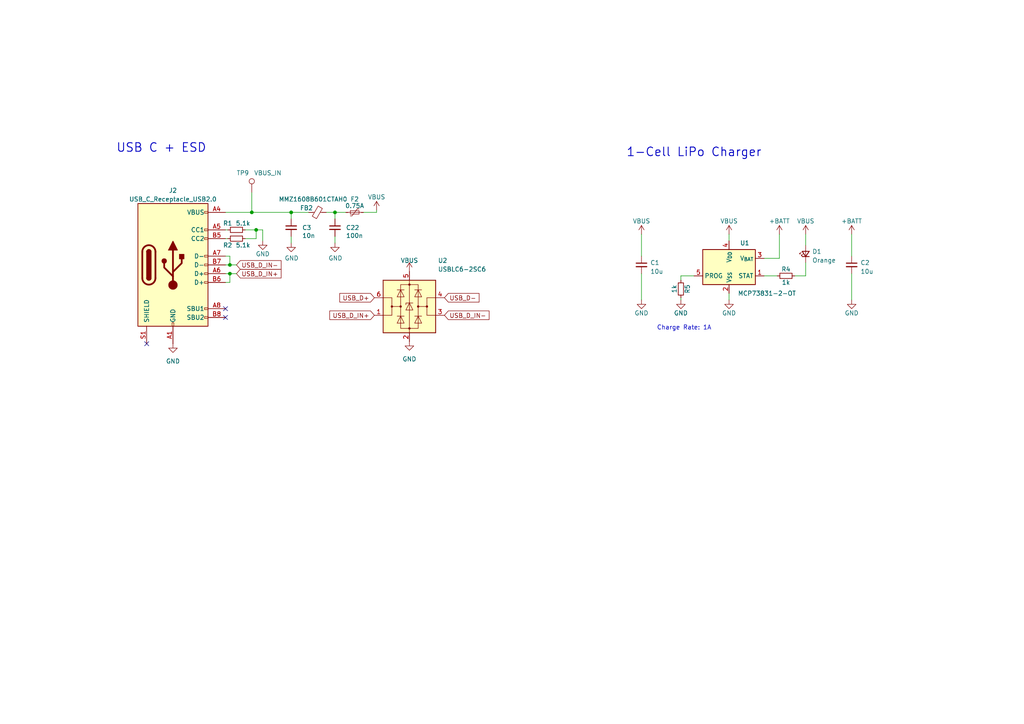
<source format=kicad_sch>
(kicad_sch (version 20230121) (generator eeschema)
  (paper "A4")
  (lib_symbols
    (symbol "Battery_Management:MCP73831-2-OT"
      (property "Reference" "U" (at -7.62 6.35 0))
      (property "Value" "MCP73831-2-OT" (at 1.27 6.35 0))
      (symbol "MCP73831-2-OT_0_1"
        (rectangle (start -7.62 5.08) (end 7.62 -5.08) (stroke (width 0.254)) (fill (type background)))
      )
      (symbol "MCP73831-2-OT_1_1"
        (pin output line (at 10.16 -2.54 180) (length 2.54) (name "STAT") (number "1"))
        (pin power_in line (at 0 -7.62 90) (length 2.54) (name "V_{SS}") (number "2"))
        (pin power_out line (at 10.16 2.54 180) (length 2.54) (name "V_{BAT}") (number "3"))
        (pin power_in line (at 0 7.62 270) (length 2.54) (name "V_{DD}") (number "4"))
        (pin input line (at -10.16 -2.54 0) (length 2.54) (name "PROG") (number "5"))
      )
    )
    (symbol "Connector:TestPoint" (pin_numbers hide) (pin_names (offset 0.762) hide)
      (property "Reference" "TP" (at 0 6.858 0))
      (property "Value" "TestPoint" (at 0 5.08 0))
      (symbol "TestPoint_0_1"
        (circle (center 0 3.302) (radius 0.762))
      )
      (symbol "TestPoint_1_1"
        (pin passive line (at 0 0 90) (length 2.54) (name "1") (number "1"))
      )
    )
    (symbol "Connector:USB_C_Receptacle_USB2.0" (pin_names (offset 1.016))
      (property "Reference" "J" (at -10.16 19.05 0))
      (property "Value" "USB_C_Receptacle_USB2.0" (at 19.05 19.05 0))
      (symbol "USB_C_Receptacle_USB2.0_0_0"
        (rectangle (start -0.254 -17.78) (end 0.254 -16.764))
        (rectangle (start 10.16 -14.986) (end 9.144 -15.494))
        (rectangle (start 10.16 -12.446) (end 9.144 -12.954))
        (rectangle (start 10.16 -4.826) (end 9.144 -5.334))
        (rectangle (start 10.16 -2.286) (end 9.144 -2.794))
        (rectangle (start 10.16 0.254) (end 9.144 -0.254))
        (rectangle (start 10.16 2.794) (end 9.144 2.286))
        (rectangle (start 10.16 7.874) (end 9.144 7.366))
        (rectangle (start 10.16 10.414) (end 9.144 9.906))
        (rectangle (start 10.16 15.494) (end 9.144 14.986))
      )
      (symbol "USB_C_Receptacle_USB2.0_0_1"
        (rectangle (start -10.16 17.78) (end 10.16 -17.78) (stroke (width 0.254)) (fill (type background)))
        (arc (start -8.89 -3.81) (mid -6.985 -5.7067) (end -5.08 -3.81) (stroke (width 0.508)))
        (arc (start -7.62 -3.81) (mid -6.985 -4.4423) (end -6.35 -3.81) (stroke (width 0.254)))
        (arc (start -7.62 -3.81) (mid -6.985 -4.4423) (end -6.35 -3.81) (stroke (width 0.254)) (fill (type outline)))
        (rectangle (start -7.62 -3.81) (end -6.35 3.81) (stroke (width 0.254)) (fill (type outline)))
        (arc (start -6.35 3.81) (mid -6.985 4.4423) (end -7.62 3.81) (stroke (width 0.254)))
        (arc (start -6.35 3.81) (mid -6.985 4.4423) (end -7.62 3.81) (stroke (width 0.254)) (fill (type outline)))
        (arc (start -5.08 3.81) (mid -6.985 5.7067) (end -8.89 3.81) (stroke (width 0.508)))
        (circle (center -2.54 1.143) (radius 0.635) (stroke (width 0.254)) (fill (type outline)))
        (circle (center 0 -5.842) (radius 1.27) (fill (type outline)))
        (polyline (pts (xy -8.89 -3.81) (xy -8.89 3.81)) (stroke (width 0.508)))
        (polyline (pts (xy -5.08 3.81) (xy -5.08 -3.81)) (stroke (width 0.508)))
        (polyline (pts (xy 0 -5.842) (xy 0 4.318)) (stroke (width 0.508)))
        (polyline (pts (xy 0 -3.302) (xy -2.54 -0.762) (xy -2.54 0.508)) (stroke (width 0.508)))
        (polyline (pts (xy 0 -2.032) (xy 2.54 0.508) (xy 2.54 1.778)) (stroke (width 0.508)))
        (polyline (pts (xy -1.27 4.318) (xy 0 6.858) (xy 1.27 4.318) (xy -1.27 4.318)) (stroke (width 0.254)) (fill (type outline)))
        (rectangle (start 1.905 1.778) (end 3.175 3.048) (stroke (width 0.254)) (fill (type outline)))
      )
      (symbol "USB_C_Receptacle_USB2.0_1_1"
        (pin passive line (at 0 -22.86 90) (length 5.08) (name "GND") (number "A1"))
        (pin passive line (at 0 -22.86 90) (length 5.08) hide (name "GND") (number "A12"))
        (pin passive line (at 15.24 15.24 180) (length 5.08) (name "VBUS") (number "A4"))
        (pin bidirectional line (at 15.24 10.16 180) (length 5.08) (name "CC1") (number "A5"))
        (pin bidirectional line (at 15.24 -2.54 180) (length 5.08) (name "D+") (number "A6"))
        (pin bidirectional line (at 15.24 2.54 180) (length 5.08) (name "D-") (number "A7"))
        (pin bidirectional line (at 15.24 -12.7 180) (length 5.08) (name "SBU1") (number "A8"))
        (pin passive line (at 15.24 15.24 180) (length 5.08) hide (name "VBUS") (number "A9"))
        (pin passive line (at 0 -22.86 90) (length 5.08) hide (name "GND") (number "B1"))
        (pin passive line (at 0 -22.86 90) (length 5.08) hide (name "GND") (number "B12"))
        (pin passive line (at 15.24 15.24 180) (length 5.08) hide (name "VBUS") (number "B4"))
        (pin bidirectional line (at 15.24 7.62 180) (length 5.08) (name "CC2") (number "B5"))
        (pin bidirectional line (at 15.24 -5.08 180) (length 5.08) (name "D+") (number "B6"))
        (pin bidirectional line (at 15.24 0 180) (length 5.08) (name "D-") (number "B7"))
        (pin bidirectional line (at 15.24 -15.24 180) (length 5.08) (name "SBU2") (number "B8"))
        (pin passive line (at 15.24 15.24 180) (length 5.08) hide (name "VBUS") (number "B9"))
        (pin passive line (at -7.62 -22.86 90) (length 5.08) (name "SHIELD") (number "S1"))
      )
    )
    (symbol "Device:C_Small" (pin_numbers hide) (pin_names (offset 0.254) hide)
      (property "Reference" "C" (at 0.254 1.778 0))
      (property "Value" "C_Small" (at 0.254 -2.032 0))
      (symbol "C_Small_0_1"
        (polyline (pts (xy -1.524 -0.508) (xy 1.524 -0.508)) (stroke (width 0.3302)))
        (polyline (pts (xy -1.524 0.508) (xy 1.524 0.508)) (stroke (width 0.3048)))
      )
      (symbol "C_Small_1_1"
        (pin passive line (at 0 2.54 270) (length 2.032) (name "~") (number "1"))
        (pin passive line (at 0 -2.54 90) (length 2.032) (name "~") (number "2"))
      )
    )
    (symbol "Device:FerriteBead_Small" (pin_numbers hide) (pin_names (offset 0))
      (property "Reference" "FB" (at 1.905 1.27 0))
      (property "Value" "FerriteBead_Small" (at 1.905 -1.27 0))
      (symbol "FerriteBead_Small_0_1"
        (polyline (pts (xy 0 -1.27) (xy 0 -0.7874)))
        (polyline (pts (xy 0 0.889) (xy 0 1.2954)))
        (polyline (pts (xy -1.8288 0.2794) (xy -1.1176 1.4986) (xy 1.8288 -0.2032) (xy 1.1176 -1.4224) (xy -1.8288 0.2794)))
      )
      (symbol "FerriteBead_Small_1_1"
        (pin passive line (at 0 2.54 270) (length 1.27) (name "~") (number "1"))
        (pin passive line (at 0 -2.54 90) (length 1.27) (name "~") (number "2"))
      )
    )
    (symbol "Device:LED_Small" (pin_numbers hide) (pin_names (offset 0.254) hide)
      (property "Reference" "D" (at -1.27 3.175 0))
      (property "Value" "LED_Small" (at -4.445 -2.54 0))
      (symbol "LED_Small_0_1"
        (polyline (pts (xy -0.762 -1.016) (xy -0.762 1.016)) (stroke (width 0.254)))
        (polyline (pts (xy 1.016 0) (xy -0.762 0)))
        (polyline (pts (xy 0.762 -1.016) (xy -0.762 0) (xy 0.762 1.016) (xy 0.762 -1.016)) (stroke (width 0.254)))
        (polyline (pts (xy 0 0.762) (xy -0.508 1.27) (xy -0.254 1.27) (xy -0.508 1.27) (xy -0.508 1.016)))
        (polyline (pts (xy 0.508 1.27) (xy 0 1.778) (xy 0.254 1.778) (xy 0 1.778) (xy 0 1.524)))
      )
      (symbol "LED_Small_1_1"
        (pin passive line (at -2.54 0 0) (length 1.778) (name "K") (number "1"))
        (pin passive line (at 2.54 0 180) (length 1.778) (name "A") (number "2"))
      )
    )
    (symbol "Device:Polyfuse_Small" (pin_numbers hide) (pin_names (offset 0))
      (property "Reference" "F" (at -1.905 0 90))
      (property "Value" "Polyfuse_Small" (at 1.905 0 90))
      (symbol "Polyfuse_Small_0_1"
        (rectangle (start -0.508 1.27) (end 0.508 -1.27))
        (polyline (pts (xy 0 2.54) (xy 0 -2.54)))
        (polyline (pts (xy -1.016 1.27) (xy -1.016 0.762) (xy 1.016 -0.762) (xy 1.016 -1.27)))
      )
      (symbol "Polyfuse_Small_1_1"
        (pin passive line (at 0 2.54 270) (length 0.635) (name "~") (number "1"))
        (pin passive line (at 0 -2.54 90) (length 0.635) (name "~") (number "2"))
      )
    )
    (symbol "Device:R_Small" (pin_numbers hide) (pin_names (offset 0.254) hide)
      (property "Reference" "R" (at 0.762 0.508 0))
      (property "Value" "R_Small" (at 0.762 -1.016 0))
      (symbol "R_Small_0_1"
        (rectangle (start -0.762 1.778) (end 0.762 -1.778) (stroke (width 0.2032)))
      )
      (symbol "R_Small_1_1"
        (pin passive line (at 0 2.54 270) (length 0.762) (name "~") (number "1"))
        (pin passive line (at 0 -2.54 90) (length 0.762) (name "~") (number "2"))
      )
    )
    (symbol "Power_Protection:USBLC6-2SC6" (pin_names hide)
      (property "Reference" "U" (at 2.54 8.89 0))
      (property "Value" "USBLC6-2SC6" (at 2.54 -8.89 0))
      (symbol "USBLC6-2SC6_0_1"
        (rectangle (start -7.62 -7.62) (end 7.62 7.62) (stroke (width 0.254)) (fill (type background)))
        (circle (center -5.08 0) (radius 0.254) (fill (type outline)))
        (circle (center -2.54 0) (radius 0.254) (fill (type outline)))
        (rectangle (start -2.54 6.35) (end 2.54 -6.35))
        (circle (center 0 -6.35) (radius 0.254) (fill (type outline)))
        (polyline (pts (xy -5.08 -2.54) (xy -7.62 -2.54)))
        (polyline (pts (xy -5.08 0) (xy -5.08 -2.54)))
        (polyline (pts (xy -5.08 2.54) (xy -7.62 2.54)))
        (polyline (pts (xy -1.524 -2.794) (xy -3.556 -2.794)))
        (polyline (pts (xy -1.524 4.826) (xy -3.556 4.826)))
        (polyline (pts (xy 0 -7.62) (xy 0 -6.35)))
        (polyline (pts (xy 0 -6.35) (xy 0 1.27)))
        (polyline (pts (xy 0 1.27) (xy 0 6.35)))
        (polyline (pts (xy 0 6.35) (xy 0 7.62)))
        (polyline (pts (xy 1.524 -2.794) (xy 3.556 -2.794)))
        (polyline (pts (xy 1.524 4.826) (xy 3.556 4.826)))
        (polyline (pts (xy 5.08 -2.54) (xy 7.62 -2.54)))
        (polyline (pts (xy 5.08 0) (xy 5.08 -2.54)))
        (polyline (pts (xy 5.08 2.54) (xy 7.62 2.54)))
        (polyline (pts (xy -2.54 0) (xy -5.08 0) (xy -5.08 2.54)))
        (polyline (pts (xy 2.54 0) (xy 5.08 0) (xy 5.08 2.54)))
        (polyline (pts (xy -3.556 -4.826) (xy -1.524 -4.826) (xy -2.54 -2.794) (xy -3.556 -4.826)))
        (polyline (pts (xy -3.556 2.794) (xy -1.524 2.794) (xy -2.54 4.826) (xy -3.556 2.794)))
        (polyline (pts (xy -1.016 -1.016) (xy 1.016 -1.016) (xy 0 1.016) (xy -1.016 -1.016)))
        (polyline (pts (xy 1.016 1.016) (xy 0.762 1.016) (xy -1.016 1.016) (xy -1.016 0.508)))
        (polyline (pts (xy 3.556 -4.826) (xy 1.524 -4.826) (xy 2.54 -2.794) (xy 3.556 -4.826)))
        (polyline (pts (xy 3.556 2.794) (xy 1.524 2.794) (xy 2.54 4.826) (xy 3.556 2.794)))
        (circle (center 0 6.35) (radius 0.254) (fill (type outline)))
        (circle (center 2.54 0) (radius 0.254) (fill (type outline)))
        (circle (center 5.08 0) (radius 0.254) (fill (type outline)))
      )
      (symbol "USBLC6-2SC6_1_1"
        (pin passive line (at -10.16 -2.54 0) (length 2.54) (name "I/O1") (number "1"))
        (pin passive line (at 0 -10.16 90) (length 2.54) (name "GND") (number "2"))
        (pin passive line (at 10.16 -2.54 180) (length 2.54) (name "I/O2") (number "3"))
        (pin passive line (at 10.16 2.54 180) (length 2.54) (name "I/O2") (number "4"))
        (pin passive line (at 0 10.16 270) (length 2.54) (name "VBUS") (number "5"))
        (pin passive line (at -10.16 2.54 0) (length 2.54) (name "I/O1") (number "6"))
      )
    )
    (symbol "power:+BATT" (power) (pin_names (offset 0))
      (property "Value" "+BATT" (at 0 3.556 0))
      (symbol "+BATT_0_1"
        (polyline (pts (xy -0.762 1.27) (xy 0 2.54)))
        (polyline (pts (xy 0 0) (xy 0 2.54)))
        (polyline (pts (xy 0 2.54) (xy 0.762 1.27)))
      )
      (symbol "+BATT_1_1"
        (pin power_in line (at 0 0 90) (length 0) hide (name "+BATT") (number "1"))
      )
    )
    (symbol "power:GND" (power) (pin_names (offset 0))
      (property "Value" "GND" (at 0 -3.81 0))
      (symbol "GND_0_1"
        (polyline (pts (xy 0 0) (xy 0 -1.27) (xy 1.27 -1.27) (xy 0 -2.54) (xy -1.27 -1.27) (xy 0 -1.27)))
      )
      (symbol "GND_1_1"
        (pin power_in line (at 0 0 270) (length 0) hide (name "GND") (number "1"))
      )
    )
    (symbol "power:VBUS" (power) (pin_names (offset 0))
      (property "Value" "VBUS" (at 0 3.81 0))
      (symbol "VBUS_0_1"
        (polyline (pts (xy -0.762 1.27) (xy 0 2.54)))
        (polyline (pts (xy 0 0) (xy 0 2.54)))
        (polyline (pts (xy 0 2.54) (xy 0.762 1.27)))
      )
      (symbol "VBUS_1_1"
        (pin power_in line (at 0 0 90) (length 0) hide (name "VBUS") (number "1"))
      )
    )
  )
  (junction (at 74.295 66.675))
  (junction (at 73.025 61.595))
  (junction (at 84.455 61.595))
  (junction (at 97.155 61.595))
  (junction (at 66.675 76.835))
  (junction (at 66.675 79.375))
  (no_connect (at 65.405 92.075))
  (no_connect (at 42.545 99.695))
  (no_connect (at 65.405 89.535))
  (wire (pts (xy 71.12 69.215) (xy 74.295 69.215)))
  (wire (pts (xy 66.675 76.835) (xy 68.58 76.835)))
  (wire (pts (xy 84.455 61.595) (xy 89.535 61.595)))
  (wire (pts (xy 211.455 67.945) (xy 211.455 69.85)))
  (wire (pts (xy 226.06 67.945) (xy 226.06 74.93)))
  (wire (pts (xy 65.405 76.835) (xy 66.675 76.835)))
  (wire (pts (xy 186.055 79.375) (xy 186.055 86.995)))
  (wire (pts (xy 247.015 67.945) (xy 247.015 74.295)))
  (wire (pts (xy 221.615 80.01) (xy 225.425 80.01)))
  (wire (pts (xy 105.41 61.595) (xy 109.22 61.595)))
  (wire (pts (xy 233.68 67.945) (xy 233.68 71.12)))
  (wire (pts (xy 74.295 66.675) (xy 74.295 69.215)))
  (wire (pts (xy 233.68 80.01) (xy 230.505 80.01)))
  (wire (pts (xy 66.04 69.215) (xy 65.405 69.215)))
  (wire (pts (xy 94.615 61.595) (xy 97.155 61.595)))
  (wire (pts (xy 65.405 61.595) (xy 73.025 61.595)))
  (wire (pts (xy 65.405 81.915) (xy 66.675 81.915)))
  (wire (pts (xy 197.485 80.01) (xy 201.295 80.01)))
  (wire (pts (xy 65.405 74.295) (xy 66.675 74.295)))
  (wire (pts (xy 233.68 76.2) (xy 233.68 80.01)))
  (wire (pts (xy 197.485 86.36) (xy 197.485 86.995)))
  (wire (pts (xy 97.155 68.58) (xy 97.155 70.485)))
  (wire (pts (xy 84.455 61.595) (xy 84.455 63.5)))
  (wire (pts (xy 71.12 66.675) (xy 74.295 66.675)))
  (wire (pts (xy 247.015 79.375) (xy 247.015 86.995)))
  (wire (pts (xy 197.485 81.28) (xy 197.485 80.01)))
  (wire (pts (xy 66.04 66.675) (xy 65.405 66.675)))
  (wire (pts (xy 109.22 61.595) (xy 109.22 60.96)))
  (wire (pts (xy 73.025 55.88) (xy 73.025 61.595)))
  (wire (pts (xy 226.06 74.93) (xy 221.615 74.93)))
  (wire (pts (xy 65.405 79.375) (xy 66.675 79.375)))
  (wire (pts (xy 76.2 66.675) (xy 74.295 66.675)))
  (wire (pts (xy 66.675 81.915) (xy 66.675 79.375)))
  (wire (pts (xy 76.2 69.85) (xy 76.2 66.675)))
  (wire (pts (xy 84.455 68.58) (xy 84.455 70.485)))
  (wire (pts (xy 66.675 74.295) (xy 66.675 76.835)))
  (wire (pts (xy 66.675 79.375) (xy 68.58 79.375)))
  (wire (pts (xy 73.025 61.595) (xy 84.455 61.595)))
  (wire (pts (xy 211.455 86.995) (xy 211.455 85.09)))
  (wire (pts (xy 186.055 67.945) (xy 186.055 74.295)))
  (wire (pts (xy 97.155 61.595) (xy 97.155 63.5)))
  (wire (pts (xy 97.155 61.595) (xy 100.33 61.595)))
  (text "USB C + ESD\n" (at 33.655 44.45 0) (effects (font (size 2.5 2.5) (thickness 0.254) bold) (justify left bottom)))
  (text "1-Cell LiPo Charger" (at 181.61 45.72 0) (effects (font (size 2.5 2.5) (thickness 0.254) bold) (justify left bottom)))
  (text "Charge Rate: 1A" (at 190.5 95.885 0) (effects (font (size 1.27 1.27)) (justify left bottom)))
  (global_label "USB_D+" (shape input) (at 108.585 86.36 180) (property "Intersheetrefs" "${INTERSHEET_REFS}" (effects hide)))
  (global_label "USB_D_IN-" (shape input) (at 128.905 91.44 0) (property "Intersheetrefs" "${INTERSHEET_REFS}" (effects hide)))
  (global_label "USB_D-" (shape input) (at 128.905 86.36 0) (property "Intersheetrefs" "${INTERSHEET_REFS}" (effects hide)))
  (global_label "USB_D_IN+" (shape input) (at 108.585 91.44 180) (property "Intersheetrefs" "${INTERSHEET_REFS}" (effects hide)))
  (global_label "USB_D_IN-" (shape input) (at 68.58 76.835 0) (property "Intersheetrefs" "${INTERSHEET_REFS}" (effects hide)))
  (global_label "USB_D_IN+" (shape input) (at 68.58 79.375 0) (property "Intersheetrefs" "${INTERSHEET_REFS}" (effects hide)))
  (symbol (lib_id "power:GND") (at 118.745 99.06 0) (unit 1)
    (property "Reference" "#PWR018" (effects hide))
    (property "Value" "GND" (at 118.745 104.14 0))
    (instances (project "bwlc1a" (path "" (reference "#PWR018") (unit 1)) (path "" (reference "#PWR07") (unit 1)) (path "" (reference "#PWR07") (unit 1))))
  )
  (symbol (lib_id "power:VBUS") (at 118.745 78.74 0) (unit 1)
    (property "Reference" "#PWR010" (effects hide))
    (property "Value" "VBUS" (at 118.745 75.565 0))
    (instances (project "bwlc1a" (path "" (reference "#PWR010") (unit 1)) (path "" (reference "#PWR06") (unit 1)) (path "" (reference "#PWR06") (unit 1))))
  )
  (symbol (lib_id "Device:R_Small") (at 197.485 83.82 0) (unit 1)
    (property "Reference" "R5" (at 199.39 83.82 90))
    (property "Value" "1k" (at 195.58 83.82 90))
    (property "Footprint" "Resistor_SMD:R_0402_1005Metric" (effects hide))
    (property "Description" "62.5mW Thick Film Resistors ±100ppm/℃ ±5% 1kΩ 0402 Chip Resistor - Surface Mount ROHS" (effects hide))
    (property "Distributor" "LCSC" (effects hide))
    (property "Distributor Link" "https://www.lcsc.com/product-detail/Chip-Resistor-Surface-Mount_UNI-ROYAL-Uniroyal-Elec-0402WGJ0102TCE_C25543.html" (effects hide))
    (property "Distributor Part Number" "C25543" (effects hide))
    (property "Id" "37" (effects hide))
    (property "Manufacture" "UNI-ROYAL(Uniroyal Elec)" (effects hide))
    (property "Manufacture Part Number" "0402WGJ0102TCE" (effects hide))
    (property "Type" "SMD" (effects hide))
    (instances (project "bwlc1a" (path "" (reference "R5") (unit 1)) (path "" (reference "R3") (unit 1)) (path "" (reference "R3") (unit 1))))
  )
  (symbol (lib_id "power:VBUS") (at 233.68 67.945 0) (unit 1)
    (property "Reference" "#PWR07" (effects hide))
    (property "Value" "VBUS" (at 233.68 64.135 0))
    (instances (project "bwlc1a" (path "" (reference "#PWR07") (unit 1)) (path "" (reference "#PWR014") (unit 1)) (path "" (reference "#PWR014") (unit 1))))
  )
  (symbol (lib_id "power:VBUS") (at 211.455 67.945 0) (unit 1)
    (property "Reference" "#PWR05" (effects hide))
    (property "Value" "VBUS" (at 211.455 64.135 0))
    (instances (project "bwlc1a" (path "" (reference "#PWR05") (unit 1)) (path "" (reference "#PWR011") (unit 1)) (path "" (reference "#PWR011") (unit 1))))
  )
  (symbol (lib_id "Battery_Management:MCP73831-2-OT") (at 211.455 77.47 0) (unit 1)
    (property "Reference" "U1" (at 214.63 70.485 0) (effects (justify left)))
    (property "Value" "MCP73831-2-OT" (at 213.995 85.09 0) (effects (justify left)))
    (property "Footprint" "Package_TO_SOT_SMD:SOT-23-5" (effects hide))
    (property "Datasheet" "http://ww1.microchip.com/downloads/en/DeviceDoc/20001984g.pdf" (effects hide))
    (property "Description" "6V 锂离子/Polymer 1 500mA SOT-23-5 Battery Management ICs ROHS" (effects hide))
    (property "Distributor" "LCSC" (effects hide))
    (property "Distributor Link" "https://www.lcsc.com/product-detail/Battery-Management-ICs_Microchip-Tech-MCP73831T-2ATI-OT_C14879.html" (effects hide))
    (property "Distributor Part Number" "C14879" (effects hide))
    (property "Id" "51" (effects hide))
    (property "Manufacture" "Microchip Tech" (effects hide))
    (property "Manufacture Part Number" "MCP73831T-2ATI/OT" (effects hide))
    (property "Type" "SMD" (effects hide))
    (instances (project "bwlc1a" (path "" (reference "U1") (unit 1)) (path "" (reference "U2") (unit 1)) (path "" (reference "U2") (unit 1))))
  )
  (symbol (lib_id "power:VBUS") (at 109.22 60.96 0) (unit 1)
    (property "Reference" "#PWR026" (effects hide))
    (property "Value" "VBUS" (at 109.22 57.15 0))
    (instances (project "bwlc1a" (path "" (reference "#PWR026") (unit 1)) (path "" (reference "#PWR05") (unit 1)) (path "" (reference "#PWR05") (unit 1))) (project "bwlr1e-prog" (path "" (reference "#PWR014") (unit 1))) (project "Penguino-STM32WL-LoRa-E5" (path "" (reference "#PWR0105") (unit 1))))
  )
  (symbol (lib_id "power:GND") (at 186.055 86.995 0) (unit 1)
    (property "Reference" "#PWR013" (effects hide))
    (property "Value" "GND" (at 186.055 90.805 0))
    (instances (project "bwlc1a" (path "" (reference "#PWR013") (unit 1)) (path "" (reference "#PWR09") (unit 1)) (path "" (reference "#PWR09") (unit 1))))
  )
  (symbol (lib_id "Connector:TestPoint") (at 73.025 55.88 0) (unit 1)
    (property "Reference" "TP9" (at 68.58 50.165 0) (effects (justify left)))
    (property "Value" "VBUS_IN" (at 73.66 50.165 0) (effects (justify left)))
    (property "Footprint" "TestPoint:TestPoint_Pad_D1.0mm" (effects hide))
  )
  (symbol (lib_id "power:GND") (at 50.165 99.695 0) (unit 1)
    (property "Reference" "#PWR027" (effects hide))
    (property "Value" "GND" (at 50.165 104.775 0))
    (instances (project "bwlc1a" (path "" (reference "#PWR027") (unit 1)) (path "" (reference "#PWR01") (unit 1)) (path "" (reference "#PWR01") (unit 1))))
  )
  (symbol (lib_id "power:GND") (at 211.455 86.995 0) (unit 1)
    (property "Reference" "#PWR015" (effects hide))
    (property "Value" "GND" (at 211.455 90.805 0))
    (instances (project "bwlc1a" (path "" (reference "#PWR015") (unit 1)) (path "" (reference "#PWR012") (unit 1)) (path "" (reference "#PWR012") (unit 1))))
  )
  (symbol (lib_id "Device:R_Small") (at 68.58 69.215 90) (unit 1)
    (property "Reference" "R2" (at 66.04 71.12 90))
    (property "Value" "5.1k" (at 70.485 71.12 90))
    (property "Footprint" "Resistor_SMD:R_0402_1005Metric" (effects hide))
    (property "Description" "62.5mW Thick Film Resistors ±100ppm/℃ ±1% 5.1kΩ 0402 Chip Resistor - Surface Mount ROHS" (effects hide))
    (property "Distributor" "LCSC" (effects hide))
    (property "Distributor Link" "https://www.lcsc.com/product-detail/Chip-Resistor-Surface-Mount_UNI-ROYAL-Uniroyal-Elec-0402WGF5101TCE_C25905.html" (effects hide))
    (property "Distributor Part Number" "C25905" (effects hide))
    (property "Id" "35" (effects hide))
    (property "Manufacture" "UNI-ROYAL(Uniroyal Elec)" (effects hide))
    (property "Manufacture Part Number" "0402WGF5101TCE" (effects hide))
    (property "Type" "SMD" (effects hide))
  )
  (symbol (lib_id "Connector:USB_C_Receptacle_USB2.0") (at 50.165 76.835 0) (unit 1)
    (property "Reference" "J2" (at 50.165 55.245 0))
    (property "Value" "USB_C_Receptacle_USB2.0" (at 50.165 57.785 0))
    (property "Footprint" "Connector_USB:USB_C_Receptacle_HRO_TYPE-C-31-M-12" (effects hide))
    (property "Datasheet" "https://www.usb.org/sites/default/files/documents/usb_type-c.zip" (effects hide))
    (property "Description" "5A 1 16P Female Type-C SMD USB Connectors ROHS" (effects hide))
    (property "Distributor" "LCSC" (effects hide))
    (property "Distributor Link" "https://www.lcsc.com/product-detail/span-style-background-color-ff0-USB-span-Connectors_Korean-Hroparts-Elec-TYPE-C-31-M-12_C165948.html" (effects hide))
    (property "Distributor Part Number" "C165948" (effects hide))
    (property "Id" "25" (effects hide))
    (property "Manufacture" "Korean Hroparts Elec" (effects hide))
    (property "Manufacture Part Number" "TYPE-C-31-M-12" (effects hide))
    (property "Type" "SMD" (effects hide))
    (instances (project "bwlc1a" (path "" (reference "J2") (unit 1)) (path "" (reference "J1") (unit 1)) (path "" (reference "J1") (unit 1))))
  )
  (symbol (lib_id "Device:C_Small") (at 97.155 66.04 0) (unit 1)
    (property "Reference" "C22" (at 100.33 66.04 0) (effects (justify left)))
    (property "Value" "100n" (at 100.33 68.3514 0) (effects (justify left)))
    (property "Footprint" "Capacitor_SMD:C_0402_1005Metric" (effects hide))
    (property "Manufacturer" "YAGEO" (effects hide))
    (property "Part Number" "CC0402KRX5R6BB104" (effects hide))
    (property "Part Description" "Ceramic Capacitor 100nF 10% 10V X5R" (effects hide))
    (instances (project "bwlc1a" (path "" (reference "C22") (unit 1)) (path "" (reference "C2") (unit 1)) (path "" (reference "C2") (unit 1))) (project "bwlr1e-prog" (path "" (reference "C5") (unit 1))) (project "Penguino-STM32WL-LoRa-E5" (path "" (reference "C4") (unit 1))))
  )
  (symbol (lib_id "power:GND") (at 197.485 86.995 0) (unit 1)
    (property "Reference" "#PWR014" (effects hide))
    (property "Value" "GND" (at 197.485 90.805 0))
    (instances (project "bwlc1a" (path "" (reference "#PWR014") (unit 1)) (path "" (reference "#PWR010") (unit 1)) (path "" (reference "#PWR010") (unit 1))))
  )
  (symbol (lib_id "power:GND") (at 97.155 70.485 0) (unit 1)
    (property "Reference" "#PWR025" (effects hide))
    (property "Value" "GND" (at 97.282 74.8792 0))
    (instances (project "bwlc1a" (path "" (reference "#PWR025") (unit 1)) (path "" (reference "#PWR04") (unit 1)) (path "" (reference "#PWR04") (unit 1))) (project "bwlr1e-prog" (path "" (reference "#PWR012") (unit 1))) (project "Penguino-STM32WL-LoRa-E5" (path "" (reference "#PWR0107") (unit 1))))
  )
  (symbol (lib_id "Device:C_Small") (at 186.055 76.835 0) (unit 1)
    (property "Reference" "C1" (at 188.595 76.2063 0) (effects (justify left)))
    (property "Value" "10u" (at 188.595 78.7463 0) (effects (justify left)))
    (property "Footprint" "Capacitor_SMD:C_0603_1608Metric" (effects hide))
    (property "Description" "10V 10uF X5R ±10% 0603 Multilayer Ceramic Capacitors MLCC - SMD/SMT ROHS" (effects hide))
    (property "Distributor" "LCSC" (effects hide))
    (property "Distributor Link" "https://www.lcsc.com/product-detail/Multilayer-Ceramic-Capacitors-MLCC-SMD-SMT_Samsung-Electro-Mechanics-CL10A106KP8NNNC_C19702.html" (effects hide))
    (property "Distributor Part Number" "C19702" (effects hide))
    (property "Id" "1" (effects hide))
    (property "Manufacture" "Samsung Electro-Mechanics" (effects hide))
    (property "Manufacture Part Number" "CL10A106KP8NNNC" (effects hide))
    (property "Type" "SMD" (effects hide))
    (instances (project "bwlc1a" (path "" (reference "C1") (unit 1)) (path "" (reference "C3") (unit 1)) (path "" (reference "C3") (unit 1))))
  )
  (symbol (lib_id "Device:Polyfuse_Small") (at 102.87 61.595 90) (unit 1)
    (property "Reference" "F2" (at 102.87 57.785 90))
    (property "Value" "0.75A" (at 102.87 59.69 90))
    (property "Footprint" "Fuse:Fuse_0805_2012Metric" (effects hide))
    (property "Manufacturer" "RUILON" (effects hide))
    (property "Part Number" "SMD0805P075TF" (effects hide))
    (property "Part Description" "Resettable Fuses 6V 750mA 40A 1.5A" (effects hide))
    (instances (project "bwlc1a" (path "" (reference "F2") (unit 1)) (path "" (reference "F1") (unit 1)) (path "" (reference "F1") (unit 1))) (project "bwlr1e-prog" (path "" (reference "F1") (unit 1))) (project "Penguino-STM32WL-LoRa-E5" (path "" (reference "F1") (unit 1))))
  )
  (symbol (lib_id "power:GND") (at 247.015 86.995 0) (unit 1)
    (property "Reference" "#PWR016" (effects hide))
    (property "Value" "GND" (at 247.015 90.805 0))
  )
  (symbol (lib_id "power:+BATT") (at 247.015 67.945 0) (unit 1)
    (property "Reference" "#PWR08" (effects hide))
    (property "Value" "+BATT" (at 247.015 64.135 0))
    (instances (project "bwlc1a" (path "" (reference "#PWR08") (unit 1)) (path "" (reference "#PWR015") (unit 1)) (path "" (reference "#PWR015") (unit 1))))
  )
  (symbol (lib_id "Device:R_Small") (at 227.965 80.01 90) (unit 1)
    (property "Reference" "R4" (at 227.965 78.105 90))
    (property "Value" "1k" (at 227.965 81.915 90))
    (property "Footprint" "Resistor_SMD:R_0402_1005Metric" (effects hide))
    (property "Description" "62.5mW Thick Film Resistors ±100ppm/℃ ±5% 1kΩ 0402 Chip Resistor - Surface Mount ROHS" (effects hide))
    (property "Distributor" "LCSC" (effects hide))
    (property "Distributor Link" "https://www.lcsc.com/product-detail/Chip-Resistor-Surface-Mount_UNI-ROYAL-Uniroyal-Elec-0402WGJ0102TCE_C25543.html" (effects hide))
    (property "Distributor Part Number" "C25543" (effects hide))
    (property "Id" "37" (effects hide))
    (property "Manufacture" "UNI-ROYAL(Uniroyal Elec)" (effects hide))
    (property "Manufacture Part Number" "0402WGJ0102TCE" (effects hide))
    (property "Type" "SMD" (effects hide))
  )
  (symbol (lib_id "power:VBUS") (at 186.055 67.945 0) (unit 1)
    (property "Reference" "#PWR04" (effects hide))
    (property "Value" "VBUS" (at 186.055 64.135 0))
    (instances (project "bwlc1a" (path "" (reference "#PWR04") (unit 1)) (path "" (reference "#PWR08") (unit 1)) (path "" (reference "#PWR08") (unit 1))))
  )
  (symbol (lib_id "Device:C_Small") (at 247.015 76.835 0) (unit 1)
    (property "Reference" "C2" (at 249.555 76.2063 0) (effects (justify left)))
    (property "Value" "10u" (at 249.555 78.7463 0) (effects (justify left)))
    (property "Footprint" "Capacitor_SMD:C_0603_1608Metric" (effects hide))
    (property "Description" "10V 10uF X5R ±10% 0603 Multilayer Ceramic Capacitors MLCC - SMD/SMT ROHS" (effects hide))
    (property "Distributor" "LCSC" (effects hide))
    (property "Distributor Link" "https://www.lcsc.com/product-detail/Multilayer-Ceramic-Capacitors-MLCC-SMD-SMT_Samsung-Electro-Mechanics-CL10A106KP8NNNC_C19702.html" (effects hide))
    (property "Distributor Part Number" "C19702" (effects hide))
    (property "Id" "1" (effects hide))
    (property "Manufacture" "Samsung Electro-Mechanics" (effects hide))
    (property "Manufacture Part Number" "CL10A106KP8NNNC" (effects hide))
    (property "Type" "SMD" (effects hide))
    (instances (project "bwlc1a" (path "" (reference "C2") (unit 1)) (path "" (reference "C4") (unit 1)) (path "" (reference "C4") (unit 1))))
  )
  (symbol (lib_id "Power_Protection:USBLC6-2SC6") (at 118.745 88.9 0) (unit 1)
    (property "Reference" "U2" (at 127 75.565 0) (effects (justify left)))
    (property "Value" "USBLC6-2SC6" (at 127 78.105 0) (effects (justify left)))
    (property "Footprint" "Package_TO_SOT_SMD:SOT-23-6" (effects hide))
    (property "Datasheet" "https://www.st.com/resource/en/datasheet/usblc6-2.pdf" (effects hide))
    (property "Description" "±30kV SOT-23-6 ESD Protection Devices ROHS" (effects hide))
    (property "Distributor" "LCSC" (effects hide))
    (property "Distributor Link" "https://www.lcsc.com/product-detail/ESD-Protection-Devices_TECH-PUBLIC-USBLC6-2SC6_C2827654.html" (effects hide))
    (property "Distributor Part Number" "C2827654" (effects hide))
    (property "Id" "52" (effects hide))
    (property "Manufacture" "TECH PUBLIC" (effects hide))
    (property "Manufacture Part Number" "USBLC6-2SC6" (effects hide))
    (property "Type" "SMD" (effects hide))
    (instances (project "bwlc1a" (path "" (reference "U2") (unit 1)) (path "" (reference "U1") (unit 1)) (path "" (reference "U1") (unit 1))))
  )
  (symbol (lib_id "Device:FerriteBead_Small") (at 92.075 61.595 90) (unit 1)
    (property "Reference" "FB2" (at 88.9 60.325 90))
    (property "Value" "MMZ1608B601CTAH0" (at 90.805 57.785 90))
    (property "Footprint" "Inductor_SMD:L_0603_1608Metric" (effects hide))
    (property "Manufacturer" "TDK" (effects hide))
    (property "Part Number" "MMZ1608B601CTAH0" (effects hide))
    (instances (project "bwlc1a" (path "" (reference "FB2") (unit 1)) (path "" (reference "FB2") (unit 1)) (path "" (reference "FB2") (unit 1))) (project "bwlr1e-prog" (path "" (reference "FB1") (unit 1))) (project "Penguino-STM32WL-LoRa-E5" (path "" (reference "FB1") (unit 1))))
  )
  (symbol (lib_id "Device:C_Small") (at 84.455 66.04 0) (unit 1)
    (property "Reference" "C3" (at 87.63 66.04 0) (effects (justify left)))
    (property "Value" "10n" (at 87.63 68.3514 0) (effects (justify left)))
    (property "Footprint" "Capacitor_SMD:C_0402_1005Metric" (effects hide))
    (property "Manufacturer" "YAGEO" (effects hide))
    (property "Part Number" "CC0402KRX7R9BB103" (effects hide))
    (property "Part Description" "Ceramic Capacitor 10nF 10% 50V X7R" (effects hide))
    (instances (project "bwlc1a" (path "" (reference "C3") (unit 1)) (path "" (reference "C1") (unit 1)) (path "" (reference "C1") (unit 1))) (project "bwlr1e-prog" (path "" (reference "C4") (unit 1))) (project "Penguino-STM32WL-LoRa-E5" (path "" (reference "C2") (unit 1))))
  )
  (symbol (lib_id "Device:LED_Small") (at 233.68 73.66 90) (unit 1)
    (property "Reference" "D1" (at 235.585 72.9615 90) (effects (justify right)))
    (property "Value" "Orange" (at 235.585 75.5015 90) (effects (justify right)))
    (property "Footprint" "LED_SMD:LED_0603_1608Metric" (effects hide))
    (property "Description" "Colorless transparence -40℃~+90℃ 605nm Orange 120° 0603 Light Emitting Diodes (LED) ROHS" (effects hide))
    (property "Distributor" "LCSC" (effects hide))
    (property "Distributor Link" "https://www.lcsc.com/product-detail/Light-Emitting-Diodes-LED_EKINGLUX-E6C0603SEAC1UDA_C375450.html" (effects hide))
    (property "Distributor Part Number" "C375450" (effects hide))
    (property "Id" "17" (effects hide))
    (property "Manufacture" "EKINGLUX" (effects hide))
    (property "Manufacture Part Number" "E6C0603SEAC1UDA" (effects hide))
    (property "Type" "SMD" (effects hide))
  )
  (symbol (lib_id "Device:R_Small") (at 68.58 66.675 90) (unit 1)
    (property "Reference" "R1" (at 66.04 64.77 90))
    (property "Value" "5.1k" (at 70.485 64.77 90))
    (property "Footprint" "Resistor_SMD:R_0402_1005Metric" (effects hide))
    (property "Description" "62.5mW Thick Film Resistors ±100ppm/℃ ±1% 5.1kΩ 0402 Chip Resistor - Surface Mount ROHS" (effects hide))
    (property "Distributor" "LCSC" (effects hide))
    (property "Distributor Link" "https://www.lcsc.com/product-detail/Chip-Resistor-Surface-Mount_UNI-ROYAL-Uniroyal-Elec-0402WGF5101TCE_C25905.html" (effects hide))
    (property "Distributor Part Number" "C25905" (effects hide))
    (property "Id" "35" (effects hide))
    (property "Manufacture" "UNI-ROYAL(Uniroyal Elec)" (effects hide))
    (property "Manufacture Part Number" "0402WGF5101TCE" (effects hide))
    (property "Type" "SMD" (effects hide))
  )
  (symbol (lib_id "power:+BATT") (at 226.06 67.945 0) (unit 1)
    (property "Reference" "#PWR06" (effects hide))
    (property "Value" "+BATT" (at 226.06 64.135 0))
    (instances (project "bwlc1a" (path "" (reference "#PWR06") (unit 1)) (path "" (reference "#PWR013") (unit 1)) (path "" (reference "#PWR013") (unit 1))))
  )
  (symbol (lib_id "power:GND") (at 84.455 70.485 0) (unit 1)
    (property "Reference" "#PWR023" (effects hide))
    (property "Value" "GND" (at 84.582 74.8792 0))
    (instances (project "bwlc1a" (path "" (reference "#PWR023") (unit 1)) (path "" (reference "#PWR03") (unit 1)) (path "" (reference "#PWR03") (unit 1))) (project "bwlr1e-prog" (path "" (reference "#PWR08") (unit 1))) (project "Penguino-STM32WL-LoRa-E5" (path "" (reference "#PWR0106") (unit 1))))
  )
  (symbol (lib_id "power:GND") (at 76.2 69.85 0) (unit 1)
    (property "Reference" "#PWR011" (effects hide))
    (property "Value" "GND" (at 76.2 73.66 0))
    (instances (project "bwlc1a" (path "" (reference "#PWR011") (unit 1)) (path "" (reference "#PWR02") (unit 1)) (path "" (reference "#PWR02") (unit 1))))
  )
)
</source>
